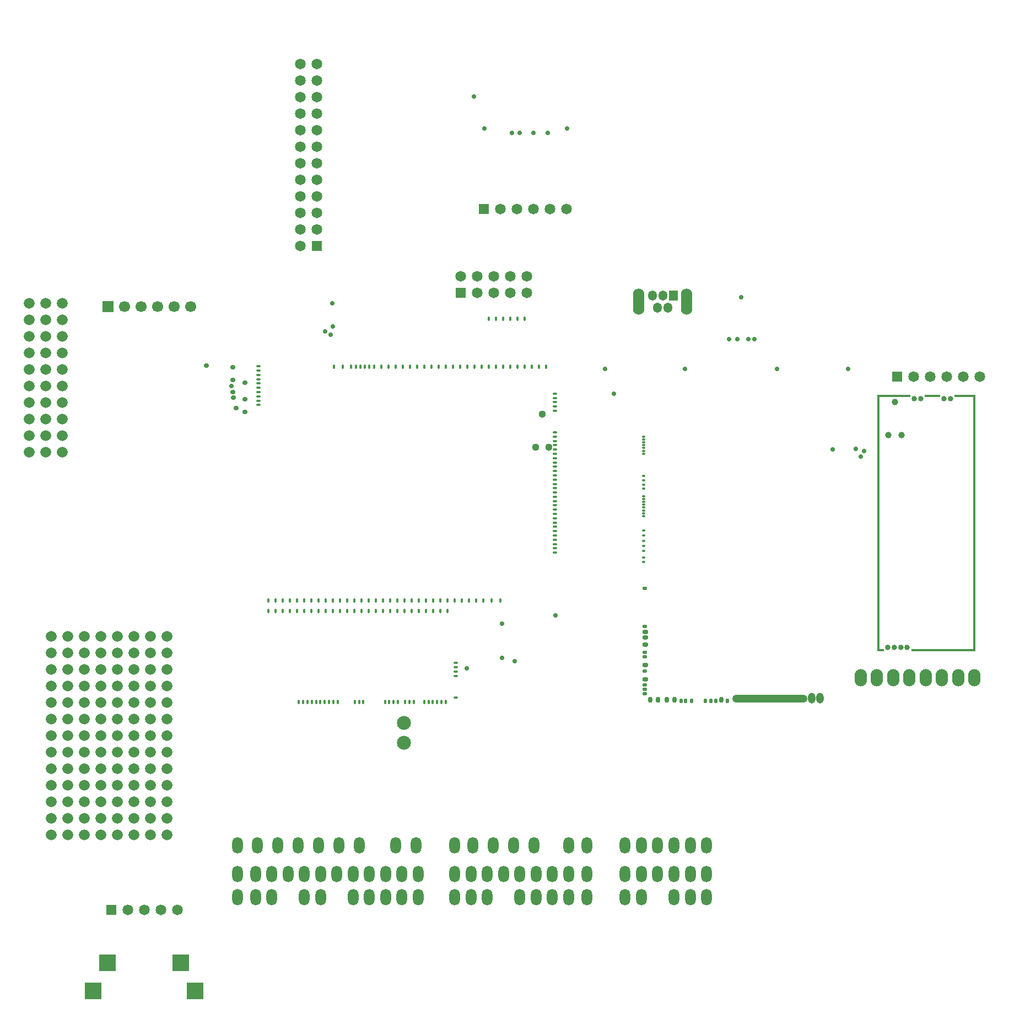
<source format=gbs>
G75*
G70*
%OFA0B0*%
%FSLAX25Y25*%
%IPPOS*%
%LPD*%
%AMOC8*
5,1,8,0,0,1.08239X$1,22.5*
%
%AMM159*
21,1,0.015350,0.009840,0.000000,0.000000,180.000000*
21,1,0.000000,0.025200,0.000000,0.000000,180.000000*
1,1,0.015350,0.000000,0.004920*
1,1,0.015350,0.000000,0.004920*
1,1,0.015350,0.000000,-0.004920*
1,1,0.015350,0.000000,-0.004920*
%
%AMM78*
21,1,0.015350,0.009840,0.000000,0.000000,0.000000*
21,1,0.000000,0.025200,0.000000,0.000000,0.000000*
1,1,0.015350,0.000000,-0.004920*
1,1,0.015350,0.000000,-0.004920*
1,1,0.015350,0.000000,0.004920*
1,1,0.015350,0.000000,0.004920*
%
%AMM79*
21,1,0.015350,0.009840,0.000000,0.000000,270.000000*
21,1,0.000000,0.025200,0.000000,0.000000,270.000000*
1,1,0.015350,-0.004920,0.000000*
1,1,0.015350,-0.004920,0.000000*
1,1,0.015350,0.004920,0.000000*
1,1,0.015350,0.004920,0.000000*
%
%AMM93*
21,1,0.015350,0.009840,0.000000,0.000000,90.000000*
21,1,0.000000,0.025200,0.000000,0.000000,90.000000*
1,1,0.015350,0.004920,0.000000*
1,1,0.015350,0.004920,0.000000*
1,1,0.015350,-0.004920,0.000000*
1,1,0.015350,-0.004920,0.000000*
%
%ADD108R,0.01535X1.55079*%
%ADD125R,0.12756X0.01535*%
%ADD131O,0.07441X0.10394*%
%ADD133O,0.02913X0.02126*%
%ADD134R,0.04291X0.01535*%
%ADD135O,0.04488X0.06457*%
%ADD147O,0.05276X0.06063*%
%ADD157O,0.03701X0.02913*%
%ADD168M159*%
%ADD179R,0.09409X0.01535*%
%ADD186C,0.06693*%
%ADD189R,0.06693X0.06693*%
%ADD203C,0.03307*%
%ADD217M78*%
%ADD219O,0.02913X0.03701*%
%ADD228O,0.45433X0.04882*%
%ADD239M79*%
%ADD248R,0.06457X0.06457*%
%ADD255R,0.38937X0.01535*%
%ADD28O,0.02126X0.02913*%
%ADD283C,0.06551*%
%ADD290C,0.08425*%
%ADD291C,0.02913*%
%ADD297C,0.04451*%
%ADD306M93*%
%ADD326R,0.05276X0.06063*%
%ADD329R,0.20433X0.01535*%
%ADD354C,0.03900*%
%ADD46R,0.10394X0.10394*%
%ADD50O,0.06850X0.15906*%
%ADD66C,0.06457*%
%ADD81C,0.00551*%
%ADD89O,0.02126X0.01339*%
%ADD91O,0.06457X0.10000*%
X0000000Y0000000D02*
G01*
G75*
D125*
X0583071Y0381299D02*
D03*
D108*
X0530610Y0304528D02*
D03*
X0588681Y0304528D02*
D03*
D179*
X0563484Y0381299D02*
D03*
D134*
X0531988Y0227756D02*
D03*
D135*
X0495282Y0198873D02*
D03*
X0490337Y0198873D02*
D03*
D157*
X0389652Y0238834D02*
D03*
X0389652Y0235389D02*
D03*
X0389652Y0231156D02*
D03*
X0389652Y0218853D02*
D03*
X0389652Y0209896D02*
D03*
D66*
X0592126Y0393110D02*
D03*
X0582126Y0393110D02*
D03*
X0572126Y0393110D02*
D03*
X0562126Y0393110D02*
D03*
X0552126Y0393110D02*
D03*
X0106614Y0070866D02*
D03*
X0096614Y0070866D02*
D03*
X0086614Y0070866D02*
D03*
X0076614Y0070866D02*
D03*
X0342126Y0494488D02*
D03*
X0332126Y0494488D02*
D03*
X0322126Y0494488D02*
D03*
X0312126Y0494488D02*
D03*
X0302126Y0494488D02*
D03*
X0181142Y0582047D02*
D03*
X0191142Y0582047D02*
D03*
X0181142Y0572047D02*
D03*
X0191142Y0572047D02*
D03*
X0181142Y0562047D02*
D03*
X0191142Y0562047D02*
D03*
X0181142Y0552047D02*
D03*
X0191142Y0552047D02*
D03*
X0181142Y0542047D02*
D03*
X0191142Y0542047D02*
D03*
X0181142Y0532047D02*
D03*
X0191142Y0532047D02*
D03*
X0181142Y0522047D02*
D03*
X0191142Y0522047D02*
D03*
X0181142Y0512047D02*
D03*
X0191142Y0512047D02*
D03*
X0181142Y0502047D02*
D03*
X0191142Y0502047D02*
D03*
X0181142Y0492047D02*
D03*
X0191142Y0492047D02*
D03*
X0181142Y0482047D02*
D03*
X0191142Y0482047D02*
D03*
X0181142Y0472047D02*
D03*
D248*
X0542126Y0393110D02*
D03*
X0066614Y0070866D02*
D03*
X0292126Y0494488D02*
D03*
D203*
X0536417Y0229232D02*
D03*
X0540354Y0229232D02*
D03*
X0544291Y0229232D02*
D03*
X0548228Y0229232D02*
D03*
X0574409Y0379823D02*
D03*
X0570472Y0379823D02*
D03*
X0556496Y0379823D02*
D03*
X0552559Y0379823D02*
D03*
D290*
X0243681Y0171555D02*
D03*
X0243681Y0183563D02*
D03*
D291*
X0520079Y0344587D02*
D03*
X0522146Y0348031D02*
D03*
X0517126Y0349213D02*
D03*
X0503150Y0348917D02*
D03*
X0303219Y0223002D02*
D03*
X0335531Y0248819D02*
D03*
X0310630Y0221063D02*
D03*
X0281693Y0216634D02*
D03*
X0303150Y0243602D02*
D03*
X0286122Y0562225D02*
D03*
X0313583Y0540276D02*
D03*
X0330906Y0540276D02*
D03*
X0322146Y0540276D02*
D03*
X0292323Y0542914D02*
D03*
X0308957Y0540276D02*
D03*
X0342339Y0542949D02*
D03*
X0200374Y0437323D02*
D03*
X0200669Y0423347D02*
D03*
X0199488Y0418327D02*
D03*
X0196043Y0420394D02*
D03*
X0447756Y0441043D02*
D03*
X0445571Y0415748D02*
D03*
X0440551Y0415748D02*
D03*
X0455610Y0415748D02*
D03*
X0452067Y0415748D02*
D03*
X0365302Y0397638D02*
D03*
X0413583Y0397638D02*
D03*
X0370768Y0382677D02*
D03*
X0512402Y0397638D02*
D03*
X0469488Y0397638D02*
D03*
X0140413Y0391142D02*
D03*
X0147638Y0389468D02*
D03*
X0139567Y0387303D02*
D03*
X0140413Y0383858D02*
D03*
X0147638Y0379232D02*
D03*
X0140709Y0380512D02*
D03*
X0142480Y0374114D02*
D03*
X0147638Y0371555D02*
D03*
X0140354Y0398622D02*
D03*
X0124311Y0399803D02*
D03*
D283*
X0017224Y0437500D02*
D03*
X0037224Y0437500D02*
D03*
X0027224Y0437500D02*
D03*
X0027224Y0427500D02*
D03*
X0037224Y0427500D02*
D03*
X0017224Y0427500D02*
D03*
X0037224Y0417500D02*
D03*
X0027224Y0417500D02*
D03*
X0017224Y0417500D02*
D03*
X0017224Y0397500D02*
D03*
X0027224Y0397500D02*
D03*
X0037224Y0397500D02*
D03*
X0017224Y0407500D02*
D03*
X0037224Y0407500D02*
D03*
X0027224Y0407500D02*
D03*
X0017224Y0377500D02*
D03*
X0027224Y0377500D02*
D03*
X0037224Y0377500D02*
D03*
X0017224Y0387500D02*
D03*
X0037224Y0387500D02*
D03*
X0027224Y0387500D02*
D03*
X0017224Y0357500D02*
D03*
X0027224Y0357500D02*
D03*
X0037224Y0357500D02*
D03*
X0017224Y0367500D02*
D03*
X0037224Y0367500D02*
D03*
X0027224Y0367500D02*
D03*
X0017224Y0347500D02*
D03*
X0037224Y0347500D02*
D03*
X0027224Y0347500D02*
D03*
X0040315Y0125945D02*
D03*
X0050315Y0125945D02*
D03*
X0060315Y0125945D02*
D03*
X0070315Y0125945D02*
D03*
X0030315Y0125945D02*
D03*
X0070315Y0115945D02*
D03*
X0060315Y0115945D02*
D03*
X0050315Y0115945D02*
D03*
X0040315Y0115945D02*
D03*
X0030315Y0115945D02*
D03*
X0080315Y0115945D02*
D03*
X0090315Y0115945D02*
D03*
X0100315Y0115945D02*
D03*
X0100315Y0125945D02*
D03*
X0090315Y0125945D02*
D03*
X0080315Y0125945D02*
D03*
X0040315Y0145945D02*
D03*
X0050315Y0145945D02*
D03*
X0060315Y0145945D02*
D03*
X0070315Y0145945D02*
D03*
X0030315Y0145945D02*
D03*
X0070315Y0135945D02*
D03*
X0060315Y0135945D02*
D03*
X0050315Y0135945D02*
D03*
X0040315Y0135945D02*
D03*
X0030315Y0135945D02*
D03*
X0080315Y0135945D02*
D03*
X0090315Y0135945D02*
D03*
X0100315Y0135945D02*
D03*
X0100315Y0145945D02*
D03*
X0090315Y0145945D02*
D03*
X0080315Y0145945D02*
D03*
X0040315Y0165945D02*
D03*
X0050315Y0165945D02*
D03*
X0060315Y0165945D02*
D03*
X0070315Y0165945D02*
D03*
X0030315Y0165945D02*
D03*
X0070315Y0155945D02*
D03*
X0060315Y0155945D02*
D03*
X0050315Y0155945D02*
D03*
X0040315Y0155945D02*
D03*
X0030315Y0155945D02*
D03*
X0080315Y0155945D02*
D03*
X0090315Y0155945D02*
D03*
X0100315Y0155945D02*
D03*
X0100315Y0165945D02*
D03*
X0090315Y0165945D02*
D03*
X0080315Y0165945D02*
D03*
X0040315Y0185945D02*
D03*
X0050315Y0185945D02*
D03*
X0060315Y0185945D02*
D03*
X0070315Y0185945D02*
D03*
X0030315Y0185945D02*
D03*
X0070315Y0175945D02*
D03*
X0060315Y0175945D02*
D03*
X0050315Y0175945D02*
D03*
X0040315Y0175945D02*
D03*
X0030315Y0175945D02*
D03*
X0080315Y0175945D02*
D03*
X0090315Y0175945D02*
D03*
X0100315Y0175945D02*
D03*
X0100315Y0185945D02*
D03*
X0090315Y0185945D02*
D03*
X0080315Y0185945D02*
D03*
X0040315Y0205945D02*
D03*
X0050315Y0205945D02*
D03*
X0060315Y0205945D02*
D03*
X0070315Y0205945D02*
D03*
X0030315Y0205945D02*
D03*
X0070315Y0195945D02*
D03*
X0060315Y0195945D02*
D03*
X0050315Y0195945D02*
D03*
X0040315Y0195945D02*
D03*
X0030315Y0195945D02*
D03*
X0080315Y0195945D02*
D03*
X0090315Y0195945D02*
D03*
X0100315Y0195945D02*
D03*
X0100315Y0205945D02*
D03*
X0090315Y0205945D02*
D03*
X0080315Y0205945D02*
D03*
X0100315Y0235945D02*
D03*
X0090315Y0235945D02*
D03*
X0080315Y0235945D02*
D03*
X0080315Y0225945D02*
D03*
X0090315Y0225945D02*
D03*
X0100315Y0225945D02*
D03*
X0100315Y0215945D02*
D03*
X0090315Y0215945D02*
D03*
X0080315Y0215945D02*
D03*
X0030315Y0215945D02*
D03*
X0040315Y0215945D02*
D03*
X0050315Y0215945D02*
D03*
X0060315Y0215945D02*
D03*
X0070315Y0215945D02*
D03*
X0030315Y0225945D02*
D03*
X0070315Y0225945D02*
D03*
X0060315Y0225945D02*
D03*
X0050315Y0225945D02*
D03*
X0040315Y0225945D02*
D03*
X0040315Y0235945D02*
D03*
X0050315Y0235945D02*
D03*
X0060315Y0235945D02*
D03*
X0070315Y0235945D02*
D03*
X0030315Y0235945D02*
D03*
D50*
X0385881Y0438385D02*
D03*
X0414818Y0438385D02*
D03*
D147*
X0397200Y0434645D02*
D03*
X0403499Y0434645D02*
D03*
X0394050Y0442125D02*
D03*
X0400350Y0442125D02*
D03*
D326*
X0406649Y0442125D02*
D03*
D46*
X0108858Y0038878D02*
D03*
X0064370Y0038878D02*
D03*
X0117323Y0021654D02*
D03*
X0055905Y0021654D02*
D03*
D131*
X0529823Y0211122D02*
D03*
X0569193Y0211122D02*
D03*
X0588878Y0211122D02*
D03*
X0579035Y0211122D02*
D03*
X0559350Y0211122D02*
D03*
X0549508Y0211122D02*
D03*
X0539665Y0211122D02*
D03*
X0519980Y0211122D02*
D03*
D81*
X0460630Y0027559D02*
D03*
X0086614Y0027559D02*
D03*
X0173622Y0056890D02*
D03*
X0397244Y0056890D02*
D03*
X0135256Y0484803D02*
D03*
X0044272Y0484803D02*
D03*
X0019879Y0279921D02*
D03*
X0586614Y0020079D02*
D03*
X0586614Y0605905D02*
D03*
X0019685Y0605905D02*
D03*
X0019685Y0020079D02*
D03*
D91*
X0142913Y0092520D02*
D03*
X0142913Y0078347D02*
D03*
X0153937Y0092520D02*
D03*
X0153937Y0078347D02*
D03*
X0163779Y0092520D02*
D03*
X0163779Y0078347D02*
D03*
X0173622Y0092520D02*
D03*
X0183465Y0092520D02*
D03*
X0183465Y0078347D02*
D03*
X0193307Y0092520D02*
D03*
X0193307Y0078347D02*
D03*
X0203150Y0092520D02*
D03*
X0212992Y0078347D02*
D03*
X0212992Y0092520D02*
D03*
X0222835Y0078347D02*
D03*
X0222835Y0092520D02*
D03*
X0232677Y0078347D02*
D03*
X0232677Y0092520D02*
D03*
X0242520Y0078347D02*
D03*
X0242520Y0092520D02*
D03*
X0238858Y0109843D02*
D03*
X0252362Y0078347D02*
D03*
X0252362Y0092520D02*
D03*
X0251181Y0109843D02*
D03*
X0274409Y0078347D02*
D03*
X0274409Y0092520D02*
D03*
X0274409Y0109843D02*
D03*
X0284252Y0078347D02*
D03*
X0284252Y0092520D02*
D03*
X0285433Y0109843D02*
D03*
X0294094Y0078347D02*
D03*
X0294094Y0092520D02*
D03*
X0303937Y0092520D02*
D03*
X0297756Y0109843D02*
D03*
X0313779Y0078347D02*
D03*
X0313779Y0092520D02*
D03*
X0310079Y0109843D02*
D03*
X0323622Y0078347D02*
D03*
X0323622Y0092520D02*
D03*
X0322402Y0109843D02*
D03*
X0333465Y0078347D02*
D03*
X0333465Y0092520D02*
D03*
X0343307Y0078347D02*
D03*
X0343307Y0092520D02*
D03*
X0343307Y0109843D02*
D03*
X0354331Y0078347D02*
D03*
X0354331Y0092520D02*
D03*
X0354331Y0109843D02*
D03*
X0377559Y0078347D02*
D03*
X0377559Y0092520D02*
D03*
X0377559Y0109843D02*
D03*
X0387402Y0078347D02*
D03*
X0387402Y0092520D02*
D03*
X0387402Y0109843D02*
D03*
X0397244Y0092520D02*
D03*
X0407087Y0078347D02*
D03*
X0407087Y0092520D02*
D03*
X0407087Y0109843D02*
D03*
X0416929Y0078347D02*
D03*
X0416929Y0092520D02*
D03*
X0426772Y0078347D02*
D03*
X0426772Y0092520D02*
D03*
X0416929Y0109843D02*
D03*
X0426772Y0109843D02*
D03*
X0216850Y0109843D02*
D03*
X0204528Y0109843D02*
D03*
X0192205Y0109843D02*
D03*
X0179882Y0109843D02*
D03*
X0167559Y0109843D02*
D03*
X0155236Y0109843D02*
D03*
X0142913Y0109843D02*
D03*
X0397244Y0109843D02*
D03*
D186*
X0114764Y0435433D02*
D03*
X0104764Y0435433D02*
D03*
X0094764Y0435433D02*
D03*
X0084764Y0435433D02*
D03*
X0074764Y0435433D02*
D03*
D189*
X0064764Y0435433D02*
D03*
D248*
X0191142Y0472047D02*
D03*
D217*
X0220020Y0399024D02*
D03*
X0214784Y0399024D02*
D03*
X0316634Y0399024D02*
D03*
X0320964Y0399024D02*
D03*
X0325295Y0399024D02*
D03*
X0179075Y0257571D02*
D03*
X0174744Y0257571D02*
D03*
X0170414Y0257571D02*
D03*
X0166083Y0257571D02*
D03*
X0287343Y0257571D02*
D03*
X0291673Y0257571D02*
D03*
X0296870Y0257571D02*
D03*
X0302067Y0257571D02*
D03*
X0283012Y0257571D02*
D03*
X0278681Y0257571D02*
D03*
X0274350Y0257571D02*
D03*
X0270020Y0257571D02*
D03*
X0265689Y0257571D02*
D03*
X0261358Y0257571D02*
D03*
X0257028Y0257571D02*
D03*
X0252697Y0257571D02*
D03*
X0248366Y0257571D02*
D03*
X0244036Y0257571D02*
D03*
X0239705Y0257571D02*
D03*
X0235374Y0257571D02*
D03*
X0231043Y0257571D02*
D03*
X0226713Y0257571D02*
D03*
X0222382Y0257571D02*
D03*
X0218051Y0257571D02*
D03*
X0213721Y0257571D02*
D03*
X0209390Y0257571D02*
D03*
X0205059Y0257571D02*
D03*
X0200729Y0257571D02*
D03*
X0196398Y0257571D02*
D03*
X0192067Y0257571D02*
D03*
X0217402Y0399024D02*
D03*
X0211791Y0399024D02*
D03*
X0206594Y0399024D02*
D03*
X0201398Y0399024D02*
D03*
X0222638Y0399024D02*
D03*
X0225689Y0399024D02*
D03*
X0230020Y0399024D02*
D03*
X0234350Y0399024D02*
D03*
X0238681Y0399024D02*
D03*
X0243012Y0399024D02*
D03*
X0247342Y0399024D02*
D03*
X0251673Y0399024D02*
D03*
X0256004Y0399024D02*
D03*
X0260335Y0399024D02*
D03*
X0264665Y0399024D02*
D03*
X0268996Y0399024D02*
D03*
X0273327Y0399024D02*
D03*
X0277657Y0399024D02*
D03*
X0281988Y0399024D02*
D03*
X0286319Y0399024D02*
D03*
X0290650Y0399024D02*
D03*
X0294980Y0399024D02*
D03*
X0299311Y0399024D02*
D03*
X0303642Y0399024D02*
D03*
X0307972Y0399024D02*
D03*
X0312303Y0399024D02*
D03*
X0187736Y0257571D02*
D03*
X0183406Y0257571D02*
D03*
X0161752Y0257571D02*
D03*
X0329626Y0399024D02*
D03*
X0174724Y0251287D02*
D03*
X0170394Y0251287D02*
D03*
X0166063Y0251287D02*
D03*
X0161732Y0251287D02*
D03*
X0269012Y0196319D02*
D03*
X0266413Y0196319D02*
D03*
X0263815Y0196319D02*
D03*
X0261217Y0196319D02*
D03*
X0258618Y0196319D02*
D03*
X0256020Y0196319D02*
D03*
X0249717Y0196319D02*
D03*
X0247118Y0196319D02*
D03*
X0244520Y0196319D02*
D03*
X0240107Y0196319D02*
D03*
X0237508Y0196319D02*
D03*
X0234910Y0196319D02*
D03*
X0232311Y0196319D02*
D03*
X0219217Y0196319D02*
D03*
X0216618Y0196319D02*
D03*
X0214020Y0196319D02*
D03*
X0203602Y0196319D02*
D03*
X0201004Y0196319D02*
D03*
X0198406Y0196319D02*
D03*
X0195807Y0196319D02*
D03*
X0193209Y0196319D02*
D03*
X0190610Y0196319D02*
D03*
X0188012Y0196319D02*
D03*
X0185413Y0196319D02*
D03*
X0182815Y0196319D02*
D03*
X0180217Y0196319D02*
D03*
X0179055Y0251287D02*
D03*
X0183386Y0251287D02*
D03*
X0187716Y0251287D02*
D03*
X0192047Y0251287D02*
D03*
X0196378Y0251287D02*
D03*
X0200709Y0251287D02*
D03*
X0205039Y0251287D02*
D03*
X0209370Y0251287D02*
D03*
X0213701Y0251287D02*
D03*
X0218031Y0251287D02*
D03*
X0222362Y0251287D02*
D03*
X0226693Y0251287D02*
D03*
X0231024Y0251287D02*
D03*
X0235354Y0251287D02*
D03*
X0239685Y0251287D02*
D03*
X0244016Y0251287D02*
D03*
X0248346Y0251287D02*
D03*
X0252677Y0251287D02*
D03*
X0257008Y0251287D02*
D03*
X0261338Y0251287D02*
D03*
X0265669Y0251287D02*
D03*
X0270000Y0251287D02*
D03*
X0295079Y0428051D02*
D03*
X0299409Y0428051D02*
D03*
X0303740Y0428051D02*
D03*
X0308071Y0428051D02*
D03*
X0312402Y0428051D02*
D03*
X0316732Y0428051D02*
D03*
D239*
X0335047Y0304823D02*
D03*
X0335047Y0302224D02*
D03*
X0335047Y0299626D02*
D03*
X0335047Y0297027D02*
D03*
X0335047Y0294429D02*
D03*
X0335047Y0291831D02*
D03*
X0335047Y0289232D02*
D03*
X0335047Y0286634D02*
D03*
X0335047Y0374980D02*
D03*
X0335047Y0377579D02*
D03*
X0335047Y0380177D02*
D03*
X0335047Y0382776D02*
D03*
X0335047Y0372382D02*
D03*
X0335047Y0359390D02*
D03*
X0335047Y0356791D02*
D03*
X0335047Y0354193D02*
D03*
X0335047Y0351594D02*
D03*
X0335047Y0348996D02*
D03*
X0335047Y0346398D02*
D03*
X0335047Y0343799D02*
D03*
X0335047Y0341201D02*
D03*
X0335047Y0338602D02*
D03*
X0335047Y0336004D02*
D03*
X0335047Y0333405D02*
D03*
X0335047Y0330807D02*
D03*
X0335047Y0328209D02*
D03*
X0335047Y0325610D02*
D03*
X0335047Y0323012D02*
D03*
X0335047Y0320413D02*
D03*
X0335047Y0317815D02*
D03*
X0335047Y0315216D02*
D03*
X0335047Y0312618D02*
D03*
X0335047Y0310020D02*
D03*
X0335047Y0307421D02*
D03*
X0155807Y0394094D02*
D03*
X0155807Y0391496D02*
D03*
X0155807Y0388898D02*
D03*
X0155807Y0386299D02*
D03*
X0155807Y0383701D02*
D03*
X0155807Y0381102D02*
D03*
X0155807Y0378504D02*
D03*
X0155807Y0375905D02*
D03*
X0155807Y0399291D02*
D03*
X0155807Y0396693D02*
D03*
X0275000Y0199127D02*
D03*
X0275000Y0219914D02*
D03*
X0275000Y0217316D02*
D03*
X0275000Y0214717D02*
D03*
X0275000Y0212119D02*
D03*
D255*
X0569980Y0227756D02*
D03*
D329*
X0540059Y0381299D02*
D03*
D89*
X0388864Y0356845D02*
D03*
X0388864Y0355113D02*
D03*
X0388864Y0353381D02*
D03*
X0388864Y0351648D02*
D03*
X0388864Y0349916D02*
D03*
X0388864Y0348184D02*
D03*
X0388864Y0346452D02*
D03*
X0388864Y0333046D02*
D03*
X0388864Y0330448D02*
D03*
X0388864Y0327849D02*
D03*
X0388864Y0325251D02*
D03*
X0388864Y0320822D02*
D03*
X0388864Y0319089D02*
D03*
X0388864Y0317357D02*
D03*
X0388864Y0315625D02*
D03*
X0388864Y0313893D02*
D03*
X0388864Y0312160D02*
D03*
X0388864Y0310428D02*
D03*
X0388864Y0308696D02*
D03*
X0388864Y0300054D02*
D03*
X0388864Y0296921D02*
D03*
X0388864Y0293771D02*
D03*
X0388864Y0290621D02*
D03*
X0388864Y0281078D02*
D03*
X0388864Y0283676D02*
D03*
X0388864Y0287849D02*
D03*
D133*
X0389278Y0265113D02*
D03*
X0389278Y0242082D02*
D03*
X0389278Y0201256D02*
D03*
X0389278Y0203991D02*
D03*
X0389278Y0206669D02*
D03*
X0389278Y0215035D02*
D03*
X0389278Y0223873D02*
D03*
X0389278Y0226432D02*
D03*
D219*
X0392821Y0197593D02*
D03*
X0397447Y0197593D02*
D03*
X0402762Y0197593D02*
D03*
X0407388Y0197593D02*
D03*
X0435734Y0197593D02*
D03*
D228*
X0464967Y0198381D02*
D03*
D28*
X0439573Y0197200D02*
D03*
X0432310Y0197200D02*
D03*
X0425913Y0197200D02*
D03*
X0411404Y0197200D02*
D03*
X0414200Y0197200D02*
D03*
X0417743Y0197200D02*
D03*
X0429435Y0197200D02*
D03*
X0154331Y0194882D02*
G01*
G75*
D306*
X0275000Y0199127D02*
D03*
X0275000Y0219914D02*
D03*
X0275000Y0217316D02*
D03*
X0275000Y0214717D02*
D03*
X0275000Y0212119D02*
D03*
D217*
X0174725Y0251288D02*
D03*
X0170394Y0251288D02*
D03*
X0166063Y0251288D02*
D03*
X0161733Y0251288D02*
D03*
X0269012Y0196319D02*
D03*
X0266414Y0196319D02*
D03*
X0263815Y0196319D02*
D03*
X0261217Y0196319D02*
D03*
X0258618Y0196319D02*
D03*
X0256020Y0196319D02*
D03*
X0249717Y0196319D02*
D03*
X0247118Y0196319D02*
D03*
X0244520Y0196319D02*
D03*
X0240107Y0196319D02*
D03*
X0237509Y0196319D02*
D03*
X0234910Y0196319D02*
D03*
X0232312Y0196319D02*
D03*
X0219217Y0196319D02*
D03*
X0216618Y0196319D02*
D03*
X0214020Y0196319D02*
D03*
X0203603Y0196319D02*
D03*
X0201004Y0196319D02*
D03*
X0198406Y0196319D02*
D03*
X0195807Y0196319D02*
D03*
X0193209Y0196319D02*
D03*
X0190611Y0196319D02*
D03*
X0188012Y0196319D02*
D03*
X0185414Y0196319D02*
D03*
X0182815Y0196319D02*
D03*
X0180217Y0196319D02*
D03*
X0179055Y0251288D02*
D03*
X0183386Y0251288D02*
D03*
X0187717Y0251288D02*
D03*
X0192047Y0251288D02*
D03*
X0196378Y0251288D02*
D03*
X0200709Y0251288D02*
D03*
X0205040Y0251288D02*
D03*
X0209370Y0251288D02*
D03*
X0213701Y0251288D02*
D03*
X0218032Y0251288D02*
D03*
X0222362Y0251288D02*
D03*
X0226693Y0251288D02*
D03*
X0231024Y0251288D02*
D03*
X0235355Y0251288D02*
D03*
X0239685Y0251288D02*
D03*
X0244016Y0251288D02*
D03*
X0248347Y0251288D02*
D03*
X0252677Y0251288D02*
D03*
X0257008Y0251288D02*
D03*
X0261339Y0251288D02*
D03*
X0265669Y0251288D02*
D03*
X0270000Y0251288D02*
D03*
X0153937Y0255512D02*
G01*
G75*
D297*
X0323362Y0350433D02*
D03*
X0331362Y0350433D02*
D03*
X0327362Y0370433D02*
D03*
D306*
X0155807Y0396693D02*
D03*
X0155807Y0399292D02*
D03*
X0155807Y0375906D02*
D03*
X0155807Y0378504D02*
D03*
X0155807Y0381103D02*
D03*
X0155807Y0383701D02*
D03*
X0155807Y0386299D02*
D03*
X0155807Y0388898D02*
D03*
X0155807Y0391496D02*
D03*
X0155807Y0394095D02*
D03*
X0335047Y0307421D02*
D03*
X0335047Y0310020D02*
D03*
X0335047Y0312618D02*
D03*
X0335047Y0315217D02*
D03*
X0335047Y0317815D02*
D03*
X0335047Y0320414D02*
D03*
X0335047Y0323012D02*
D03*
X0335047Y0325610D02*
D03*
X0335047Y0328209D02*
D03*
X0335047Y0330807D02*
D03*
X0335047Y0333406D02*
D03*
X0335047Y0336004D02*
D03*
X0335047Y0338603D02*
D03*
X0335047Y0341201D02*
D03*
X0335047Y0343799D02*
D03*
X0335047Y0346398D02*
D03*
X0335047Y0348996D02*
D03*
X0335047Y0351595D02*
D03*
X0335047Y0354193D02*
D03*
X0335047Y0356791D02*
D03*
X0335047Y0359390D02*
D03*
X0335047Y0372382D02*
D03*
X0335047Y0382776D02*
D03*
X0335047Y0380177D02*
D03*
X0335047Y0377579D02*
D03*
X0335047Y0374980D02*
D03*
X0335047Y0286634D02*
D03*
X0335047Y0289232D02*
D03*
X0335047Y0291831D02*
D03*
X0335047Y0294429D02*
D03*
X0335047Y0297028D02*
D03*
X0335047Y0299626D02*
D03*
X0335047Y0302225D02*
D03*
X0335047Y0304823D02*
D03*
D217*
X0329626Y0399024D02*
D03*
X0161752Y0257571D02*
D03*
X0183406Y0257571D02*
D03*
X0187736Y0257571D02*
D03*
X0312303Y0399024D02*
D03*
X0307972Y0399024D02*
D03*
X0303642Y0399024D02*
D03*
X0299311Y0399024D02*
D03*
X0294980Y0399024D02*
D03*
X0290650Y0399024D02*
D03*
X0286319Y0399024D02*
D03*
X0281988Y0399024D02*
D03*
X0277657Y0399024D02*
D03*
X0273327Y0399024D02*
D03*
X0268996Y0399024D02*
D03*
X0264665Y0399024D02*
D03*
X0260335Y0399024D02*
D03*
X0256004Y0399024D02*
D03*
X0251673Y0399024D02*
D03*
X0247342Y0399024D02*
D03*
X0243012Y0399024D02*
D03*
X0238681Y0399024D02*
D03*
X0234350Y0399024D02*
D03*
X0230020Y0399024D02*
D03*
X0225689Y0399024D02*
D03*
X0222638Y0399024D02*
D03*
X0201398Y0399024D02*
D03*
X0206595Y0399024D02*
D03*
X0211791Y0399024D02*
D03*
X0217402Y0399024D02*
D03*
X0192067Y0257571D02*
D03*
X0196398Y0257571D02*
D03*
X0200728Y0257571D02*
D03*
X0205059Y0257571D02*
D03*
X0209390Y0257571D02*
D03*
X0213721Y0257571D02*
D03*
X0218051Y0257571D02*
D03*
X0222382Y0257571D02*
D03*
X0226713Y0257571D02*
D03*
X0231043Y0257571D02*
D03*
X0235374Y0257571D02*
D03*
X0239705Y0257571D02*
D03*
X0244036Y0257571D02*
D03*
X0248366Y0257571D02*
D03*
X0252697Y0257571D02*
D03*
X0257028Y0257571D02*
D03*
X0261358Y0257571D02*
D03*
X0265689Y0257571D02*
D03*
X0270020Y0257571D02*
D03*
X0274350Y0257571D02*
D03*
X0278681Y0257571D02*
D03*
X0283012Y0257571D02*
D03*
X0302067Y0257571D02*
D03*
X0296870Y0257571D02*
D03*
X0291673Y0257571D02*
D03*
X0287342Y0257571D02*
D03*
X0166083Y0257571D02*
D03*
X0170414Y0257571D02*
D03*
X0174744Y0257571D02*
D03*
X0179075Y0257571D02*
D03*
X0325295Y0399024D02*
D03*
X0320964Y0399024D02*
D03*
X0316634Y0399024D02*
D03*
X0214784Y0399024D02*
D03*
X0220020Y0399024D02*
D03*
X0362795Y0370472D02*
G01*
G75*
D291*
X0469488Y0397637D02*
D03*
X0512401Y0397637D02*
D03*
X0370767Y0382677D02*
D03*
X0413582Y0397637D02*
D03*
X0365302Y0397637D02*
D03*
X0272638Y0508780D02*
G01*
G75*
D291*
X0286122Y0562225D02*
D03*
X0313583Y0540276D02*
D03*
X0330906Y0540276D02*
D03*
X0322146Y0540276D02*
D03*
X0292323Y0542914D02*
D03*
X0308957Y0540276D02*
D03*
X0342339Y0542950D02*
D03*
X0278248Y0188976D02*
G01*
G75*
D291*
X0303219Y0223002D02*
D03*
X0335532Y0248818D02*
D03*
X0310630Y0221063D02*
D03*
X0281693Y0216633D02*
D03*
X0303150Y0243602D02*
D03*
X0151280Y0166929D02*
G01*
G75*
X0387795Y0195669D02*
G01*
G75*
D135*
X0495281Y0198873D02*
D03*
X0490337Y0198873D02*
D03*
D157*
X0389651Y0238833D02*
D03*
X0389651Y0235388D02*
D03*
X0389651Y0231156D02*
D03*
X0389651Y0218853D02*
D03*
X0389651Y0209896D02*
D03*
D89*
X0388864Y0356845D02*
D03*
X0388864Y0355113D02*
D03*
X0388864Y0353381D02*
D03*
X0388864Y0351648D02*
D03*
X0388864Y0349916D02*
D03*
X0388864Y0348184D02*
D03*
X0388864Y0346451D02*
D03*
X0388864Y0333046D02*
D03*
X0388864Y0330447D02*
D03*
X0388864Y0327849D02*
D03*
X0388864Y0325250D02*
D03*
X0388864Y0320821D02*
D03*
X0388864Y0319089D02*
D03*
X0388864Y0317357D02*
D03*
X0388864Y0315625D02*
D03*
X0388864Y0313892D02*
D03*
X0388864Y0312160D02*
D03*
X0388864Y0310428D02*
D03*
X0388864Y0308695D02*
D03*
X0388864Y0300054D02*
D03*
X0388864Y0296920D02*
D03*
X0388864Y0293771D02*
D03*
X0388864Y0290621D02*
D03*
X0388864Y0281077D02*
D03*
X0388864Y0283676D02*
D03*
X0388864Y0287849D02*
D03*
D133*
X0389278Y0265113D02*
D03*
X0389278Y0242081D02*
D03*
X0389278Y0201255D02*
D03*
X0389278Y0203991D02*
D03*
X0389278Y0206669D02*
D03*
X0389278Y0215035D02*
D03*
X0389278Y0223873D02*
D03*
X0389278Y0226432D02*
D03*
D219*
X0392821Y0197593D02*
D03*
X0397447Y0197593D02*
D03*
X0402762Y0197593D02*
D03*
X0407388Y0197593D02*
D03*
X0435734Y0197593D02*
D03*
D228*
X0464966Y0198381D02*
D03*
D28*
X0439573Y0197199D02*
D03*
X0432310Y0197199D02*
D03*
X0425912Y0197199D02*
D03*
X0411403Y0197199D02*
D03*
X0414200Y0197199D02*
D03*
X0417743Y0197199D02*
D03*
X0429435Y0197199D02*
D03*
X0117717Y0350295D02*
G01*
G75*
D291*
X0124016Y0399803D02*
D03*
X0140060Y0398622D02*
D03*
X0147343Y0371555D02*
D03*
X0142186Y0374114D02*
D03*
X0140414Y0380512D02*
D03*
X0147343Y0379232D02*
D03*
X0140119Y0383858D02*
D03*
X0139272Y0387303D02*
D03*
X0147343Y0389468D02*
D03*
X0140119Y0391141D02*
D03*
X0437106Y0403150D02*
G01*
G75*
D291*
X0452067Y0415748D02*
D03*
X0455610Y0415748D02*
D03*
X0440551Y0415748D02*
D03*
X0445571Y0415748D02*
D03*
X0447756Y0441044D02*
D03*
X0169173Y0412913D02*
G01*
G75*
D291*
X0200374Y0437322D02*
D03*
X0200669Y0423346D02*
D03*
X0199488Y0418326D02*
D03*
X0196043Y0420393D02*
D03*
X0527559Y0317717D02*
G01*
G75*
D291*
X0503150Y0348918D02*
D03*
X0517126Y0349213D02*
D03*
X0522146Y0348032D02*
D03*
X0520079Y0344587D02*
D03*
X0270571Y0426476D02*
G01*
G75*
D66*
X0318228Y0453819D02*
D03*
X0318228Y0443819D02*
D03*
X0308228Y0453819D02*
D03*
X0308228Y0443819D02*
D03*
X0298228Y0453819D02*
D03*
X0298228Y0443819D02*
D03*
X0288228Y0453819D02*
D03*
X0288228Y0443819D02*
D03*
X0278228Y0453819D02*
D03*
D248*
X0278228Y0443819D02*
D03*
D168*
X0316732Y0428051D02*
D03*
X0312402Y0428051D02*
D03*
X0308071Y0428051D02*
D03*
X0303740Y0428051D02*
D03*
X0299410Y0428051D02*
D03*
X0295079Y0428051D02*
D03*
X0529921Y0381988D02*
%LPD*%
G01*
D354*
X0540748Y0377815D03*
X0536748Y0357815D03*
X0544748Y0357815D03*
M02*

</source>
